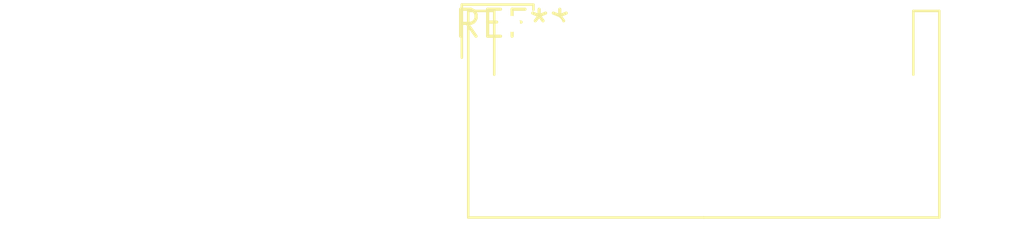
<source format=kicad_pcb>
(kicad_pcb (version 20240108) (generator pcbnew)
  (layers (0 "F.Cu" signal) (31 "B.Cu" signal) (34 "B.Paste" user) (35 "F.Paste" user) (36 "B.SilkS" user "B.Silkscreen") (37 "F.SilkS" user "F.Silkscreen") (38 "B.Mask" user) (39 "F.Mask" user) (44 "Edge.Cuts" user))
  (net 0 "")
  (footprint "JST_PHD_S20B-PHDSS_2x10_P2.00mm_Horizontal" (layer "F.Cu") (at 0 0)
    (property "Reference" "REF**")
    (property "Value" "JST_PHD_S20B-PHDSS_2x10_P2.00mm_Horizontal")
    (fp_line (start -2.36 -0.91) (end -2.36 1.59) (layer "F.SilkS") (stroke (width 0.12)))
    (fp_line (start -2.06 -0.61) (end -2.06 9.11) (layer "F.SilkS") (stroke (width 0.12)))
    (fp_line (start -2.06 9.11) (end 9 9.11) (layer "F.SilkS") (stroke (width 0.12)))
    (fp_line (start -0.84 -0.61) (end -2.06 -0.61) (layer "F.SilkS") (stroke (width 0.12)))
    (fp_line (start -0.84 2.39) (end -0.84 -0.61) (layer "F.SilkS") (stroke (width 0.12)))
    (fp_line (start 1 -0.91) (end -2.36 -0.91) (layer "F.SilkS") (stroke (width 0.12)))
    (fp_line (start 1 -0.66) (end 1 -0.91) (layer "F.SilkS") (stroke (width 0.12)))
    (fp_line (start 18.84 -0.61) (end 20.06 -0.61) (layer "F.SilkS") (stroke (width 0.12)))
    (fp_line (start 18.84 2.39) (end 18.84 -0.61) (layer "F.SilkS") (stroke (width 0.12)))
    (fp_line (start 20.06 -0.61) (end 20.06 9.11) (layer "F.SilkS") (stroke (width 0.12)))
    (fp_line (start 20.06 9.11) (end 9 9.11) (layer "F.SilkS") (stroke (width 0.12)))
    (pad "1" thru_hole roundrect (at 0 0) (size 1.2 1.2) (drill 0.75) (layers *.Cu *.Mask) (remove_unused_layers) (roundrect_rratio 0.208333))
    (pad "2" thru_hole circle (at 0 2) (size 1.2 1.2) (drill 0.75) (layers *.Cu *.Mask) (remove_unused_layers))
    (pad "3" thru_hole circle (at 2 0) (size 1.2 1.2) (drill 0.75) (layers *.Cu *.Mask) (remove_unused_layers))
    (pad "4" thru_hole circle (at 2 2) (size 1.2 1.2) (drill 0.75) (layers *.Cu *.Mask) (remove_unused_layers))
    (pad "5" thru_hole circle (at 4 0) (size 1.2 1.2) (drill 0.75) (layers *.Cu *.Mask) (remove_unused_layers))
    (pad "6" thru_hole circle (at 4 2) (size 1.2 1.2) (drill 0.75) (layers *.Cu *.Mask) (remove_unused_layers))
    (pad "7" thru_hole circle (at 6 0) (size 1.2 1.2) (drill 0.75) (layers *.Cu *.Mask) (remove_unused_layers))
    (pad "8" thru_hole circle (at 6 2) (size 1.2 1.2) (drill 0.75) (layers *.Cu *.Mask) (remove_unused_layers))
    (pad "9" thru_hole circle (at 8 0) (size 1.2 1.2) (drill 0.75) (layers *.Cu *.Mask) (remove_unused_layers))
    (pad "10" thru_hole circle (at 8 2) (size 1.2 1.2) (drill 0.75) (layers *.Cu *.Mask) (remove_unused_layers))
    (pad "11" thru_hole circle (at 10 0) (size 1.2 1.2) (drill 0.75) (layers *.Cu *.Mask) (remove_unused_layers))
    (pad "12" thru_hole circle (at 10 2) (size 1.2 1.2) (drill 0.75) (layers *.Cu *.Mask) (remove_unused_layers))
    (pad "13" thru_hole circle (at 12 0) (size 1.2 1.2) (drill 0.75) (layers *.Cu *.Mask) (remove_unused_layers))
    (pad "14" thru_hole circle (at 12 2) (size 1.2 1.2) (drill 0.75) (layers *.Cu *.Mask) (remove_unused_layers))
    (pad "15" thru_hole circle (at 14 0) (size 1.2 1.2) (drill 0.75) (layers *.Cu *.Mask) (remove_unused_layers))
    (pad "16" thru_hole circle (at 14 2) (size 1.2 1.2) (drill 0.75) (layers *.Cu *.Mask) (remove_unused_layers))
    (pad "17" thru_hole circle (at 16 0) (size 1.2 1.2) (drill 0.75) (layers *.Cu *.Mask) (remove_unused_layers))
    (pad "18" thru_hole circle (at 16 2) (size 1.2 1.2) (drill 0.75) (layers *.Cu *.Mask) (remove_unused_layers))
    (pad "19" thru_hole circle (at 18 0) (size 1.2 1.2) (drill 0.75) (layers *.Cu *.Mask) (remove_unused_layers))
    (pad "20" thru_hole circle (at 18 2) (size 1.2 1.2) (drill 0.75) (layers *.Cu *.Mask) (remove_unused_layers))
  )
)
</source>
